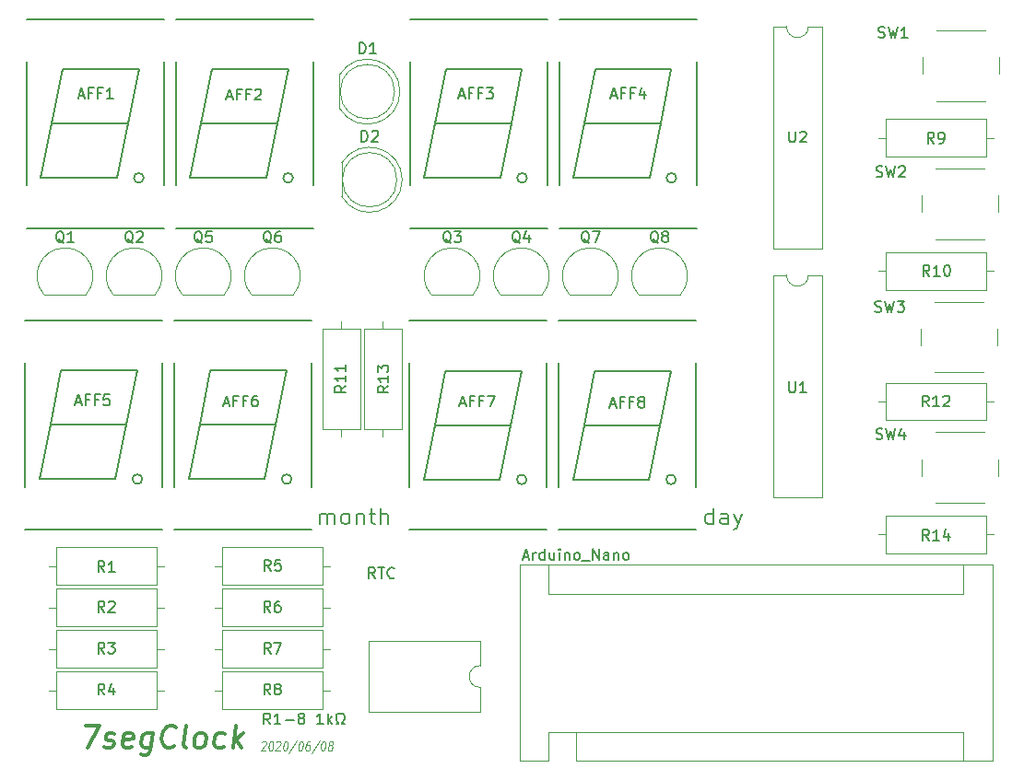
<source format=gto>
G04 #@! TF.GenerationSoftware,KiCad,Pcbnew,(5.1.5)-3*
G04 #@! TF.CreationDate,2020-06-08T21:10:59+09:00*
G04 #@! TF.ProjectId,AlarmClock,416c6172-6d43-46c6-9f63-6b2e6b696361,rev?*
G04 #@! TF.SameCoordinates,Original*
G04 #@! TF.FileFunction,Legend,Top*
G04 #@! TF.FilePolarity,Positive*
%FSLAX46Y46*%
G04 Gerber Fmt 4.6, Leading zero omitted, Abs format (unit mm)*
G04 Created by KiCad (PCBNEW (5.1.5)-3) date 2020-06-08 21:10:59*
%MOMM*%
%LPD*%
G04 APERTURE LIST*
%ADD10C,0.120000*%
%ADD11C,0.200000*%
%ADD12C,0.300000*%
%ADD13C,0.150000*%
G04 APERTURE END LIST*
D10*
X105746351Y-121592857D02*
X105785041Y-121550000D01*
X105857065Y-121507142D01*
X106023732Y-121507142D01*
X106085041Y-121550000D01*
X106113017Y-121592857D01*
X106135636Y-121678571D01*
X106124922Y-121764285D01*
X106075517Y-121892857D01*
X105611232Y-122407142D01*
X106044565Y-122407142D01*
X106590398Y-121507142D02*
X106657065Y-121507142D01*
X106718375Y-121550000D01*
X106746351Y-121592857D01*
X106768970Y-121678571D01*
X106780875Y-121850000D01*
X106754089Y-122064285D01*
X106699327Y-122235714D01*
X106655279Y-122321428D01*
X106616589Y-122364285D01*
X106544565Y-122407142D01*
X106477898Y-122407142D01*
X106416589Y-122364285D01*
X106388613Y-122321428D01*
X106365994Y-122235714D01*
X106354089Y-122064285D01*
X106380875Y-121850000D01*
X106435636Y-121678571D01*
X106479684Y-121592857D01*
X106518375Y-121550000D01*
X106590398Y-121507142D01*
X107079684Y-121592857D02*
X107118375Y-121550000D01*
X107190398Y-121507142D01*
X107357065Y-121507142D01*
X107418375Y-121550000D01*
X107446351Y-121592857D01*
X107468970Y-121678571D01*
X107458255Y-121764285D01*
X107408851Y-121892857D01*
X106944565Y-122407142D01*
X107377898Y-122407142D01*
X107923732Y-121507142D02*
X107990398Y-121507142D01*
X108051708Y-121550000D01*
X108079684Y-121592857D01*
X108102303Y-121678571D01*
X108114208Y-121850000D01*
X108087422Y-122064285D01*
X108032660Y-122235714D01*
X107988613Y-122321428D01*
X107949922Y-122364285D01*
X107877898Y-122407142D01*
X107811232Y-122407142D01*
X107749922Y-122364285D01*
X107721946Y-122321428D01*
X107699327Y-122235714D01*
X107687422Y-122064285D01*
X107714208Y-121850000D01*
X107768970Y-121678571D01*
X107813017Y-121592857D01*
X107851708Y-121550000D01*
X107923732Y-121507142D01*
X108962422Y-121464285D02*
X108217779Y-122621428D01*
X109323732Y-121507142D02*
X109390398Y-121507142D01*
X109451708Y-121550000D01*
X109479684Y-121592857D01*
X109502303Y-121678571D01*
X109514208Y-121850000D01*
X109487422Y-122064285D01*
X109432660Y-122235714D01*
X109388613Y-122321428D01*
X109349922Y-122364285D01*
X109277898Y-122407142D01*
X109211232Y-122407142D01*
X109149922Y-122364285D01*
X109121946Y-122321428D01*
X109099327Y-122235714D01*
X109087422Y-122064285D01*
X109114208Y-121850000D01*
X109168970Y-121678571D01*
X109213017Y-121592857D01*
X109251708Y-121550000D01*
X109323732Y-121507142D01*
X110157065Y-121507142D02*
X110023732Y-121507142D01*
X109951708Y-121550000D01*
X109913017Y-121592857D01*
X109830279Y-121721428D01*
X109775517Y-121892857D01*
X109732660Y-122235714D01*
X109755279Y-122321428D01*
X109783255Y-122364285D01*
X109844565Y-122407142D01*
X109977898Y-122407142D01*
X110049922Y-122364285D01*
X110088613Y-122321428D01*
X110132660Y-122235714D01*
X110159446Y-122021428D01*
X110136827Y-121935714D01*
X110108851Y-121892857D01*
X110047541Y-121850000D01*
X109914208Y-121850000D01*
X109842184Y-121892857D01*
X109803494Y-121935714D01*
X109759446Y-122021428D01*
X111029089Y-121464285D02*
X110284446Y-122621428D01*
X111390398Y-121507142D02*
X111457065Y-121507142D01*
X111518375Y-121550000D01*
X111546351Y-121592857D01*
X111568970Y-121678571D01*
X111580875Y-121850000D01*
X111554089Y-122064285D01*
X111499327Y-122235714D01*
X111455279Y-122321428D01*
X111416589Y-122364285D01*
X111344565Y-122407142D01*
X111277898Y-122407142D01*
X111216589Y-122364285D01*
X111188613Y-122321428D01*
X111165994Y-122235714D01*
X111154089Y-122064285D01*
X111180875Y-121850000D01*
X111235636Y-121678571D01*
X111279684Y-121592857D01*
X111318375Y-121550000D01*
X111390398Y-121507142D01*
X111975517Y-121892857D02*
X111914208Y-121850000D01*
X111886232Y-121807142D01*
X111863613Y-121721428D01*
X111868970Y-121678571D01*
X111913017Y-121592857D01*
X111951708Y-121550000D01*
X112023732Y-121507142D01*
X112157065Y-121507142D01*
X112218375Y-121550000D01*
X112246351Y-121592857D01*
X112268970Y-121678571D01*
X112263613Y-121721428D01*
X112219565Y-121807142D01*
X112180875Y-121850000D01*
X112108851Y-121892857D01*
X111975517Y-121892857D01*
X111903494Y-121935714D01*
X111864803Y-121978571D01*
X111820755Y-122064285D01*
X111799327Y-122235714D01*
X111821946Y-122321428D01*
X111849922Y-122364285D01*
X111911232Y-122407142D01*
X112044565Y-122407142D01*
X112116589Y-122364285D01*
X112155279Y-122321428D01*
X112199327Y-122235714D01*
X112220755Y-122064285D01*
X112198136Y-121978571D01*
X112170160Y-121935714D01*
X112108851Y-121892857D01*
D11*
X147171428Y-101578571D02*
X147171428Y-100078571D01*
X147171428Y-101507142D02*
X147028571Y-101578571D01*
X146742857Y-101578571D01*
X146600000Y-101507142D01*
X146528571Y-101435714D01*
X146457142Y-101292857D01*
X146457142Y-100864285D01*
X146528571Y-100721428D01*
X146600000Y-100650000D01*
X146742857Y-100578571D01*
X147028571Y-100578571D01*
X147171428Y-100650000D01*
X148528571Y-101578571D02*
X148528571Y-100792857D01*
X148457142Y-100650000D01*
X148314285Y-100578571D01*
X148028571Y-100578571D01*
X147885714Y-100650000D01*
X148528571Y-101507142D02*
X148385714Y-101578571D01*
X148028571Y-101578571D01*
X147885714Y-101507142D01*
X147814285Y-101364285D01*
X147814285Y-101221428D01*
X147885714Y-101078571D01*
X148028571Y-101007142D01*
X148385714Y-101007142D01*
X148528571Y-100935714D01*
X149100000Y-100578571D02*
X149457142Y-101578571D01*
X149814285Y-100578571D02*
X149457142Y-101578571D01*
X149314285Y-101935714D01*
X149242857Y-102007142D01*
X149100000Y-102078571D01*
X111092857Y-101578571D02*
X111092857Y-100578571D01*
X111092857Y-100721428D02*
X111164285Y-100650000D01*
X111307142Y-100578571D01*
X111521428Y-100578571D01*
X111664285Y-100650000D01*
X111735714Y-100792857D01*
X111735714Y-101578571D01*
X111735714Y-100792857D02*
X111807142Y-100650000D01*
X111950000Y-100578571D01*
X112164285Y-100578571D01*
X112307142Y-100650000D01*
X112378571Y-100792857D01*
X112378571Y-101578571D01*
X113307142Y-101578571D02*
X113164285Y-101507142D01*
X113092857Y-101435714D01*
X113021428Y-101292857D01*
X113021428Y-100864285D01*
X113092857Y-100721428D01*
X113164285Y-100650000D01*
X113307142Y-100578571D01*
X113521428Y-100578571D01*
X113664285Y-100650000D01*
X113735714Y-100721428D01*
X113807142Y-100864285D01*
X113807142Y-101292857D01*
X113735714Y-101435714D01*
X113664285Y-101507142D01*
X113521428Y-101578571D01*
X113307142Y-101578571D01*
X114450000Y-100578571D02*
X114450000Y-101578571D01*
X114450000Y-100721428D02*
X114521428Y-100650000D01*
X114664285Y-100578571D01*
X114878571Y-100578571D01*
X115021428Y-100650000D01*
X115092857Y-100792857D01*
X115092857Y-101578571D01*
X115592857Y-100578571D02*
X116164285Y-100578571D01*
X115807142Y-100078571D02*
X115807142Y-101364285D01*
X115878571Y-101507142D01*
X116021428Y-101578571D01*
X116164285Y-101578571D01*
X116664285Y-101578571D02*
X116664285Y-100078571D01*
X117307142Y-101578571D02*
X117307142Y-100792857D01*
X117235714Y-100650000D01*
X117092857Y-100578571D01*
X116878571Y-100578571D01*
X116735714Y-100650000D01*
X116664285Y-100721428D01*
D12*
X89516696Y-120104761D02*
X90850029Y-120104761D01*
X89742886Y-122104761D01*
X91278601Y-122009523D02*
X91457172Y-122104761D01*
X91838125Y-122104761D01*
X92040505Y-122009523D01*
X92159553Y-121819047D01*
X92171458Y-121723809D01*
X92100029Y-121533333D01*
X91921458Y-121438095D01*
X91635744Y-121438095D01*
X91457172Y-121342857D01*
X91385744Y-121152380D01*
X91397648Y-121057142D01*
X91516696Y-120866666D01*
X91719077Y-120771428D01*
X92004791Y-120771428D01*
X92183363Y-120866666D01*
X93754791Y-122009523D02*
X93552410Y-122104761D01*
X93171458Y-122104761D01*
X92992886Y-122009523D01*
X92921458Y-121819047D01*
X93016696Y-121057142D01*
X93135744Y-120866666D01*
X93338125Y-120771428D01*
X93719077Y-120771428D01*
X93897648Y-120866666D01*
X93969077Y-121057142D01*
X93945267Y-121247619D01*
X92969077Y-121438095D01*
X95719077Y-120771428D02*
X95516696Y-122390476D01*
X95397648Y-122580952D01*
X95290505Y-122676190D01*
X95088125Y-122771428D01*
X94802410Y-122771428D01*
X94623839Y-122676190D01*
X95564315Y-122009523D02*
X95361934Y-122104761D01*
X94980982Y-122104761D01*
X94802410Y-122009523D01*
X94719077Y-121914285D01*
X94647648Y-121723809D01*
X94719077Y-121152380D01*
X94838125Y-120961904D01*
X94945267Y-120866666D01*
X95147648Y-120771428D01*
X95528601Y-120771428D01*
X95707172Y-120866666D01*
X97671458Y-121914285D02*
X97564315Y-122009523D01*
X97266696Y-122104761D01*
X97076220Y-122104761D01*
X96802410Y-122009523D01*
X96635744Y-121819047D01*
X96564315Y-121628571D01*
X96516696Y-121247619D01*
X96552410Y-120961904D01*
X96695267Y-120580952D01*
X96814315Y-120390476D01*
X97028601Y-120200000D01*
X97326220Y-120104761D01*
X97516696Y-120104761D01*
X97790505Y-120200000D01*
X97873839Y-120295238D01*
X98790505Y-122104761D02*
X98611934Y-122009523D01*
X98540505Y-121819047D01*
X98754791Y-120104761D01*
X99838125Y-122104761D02*
X99659553Y-122009523D01*
X99576220Y-121914285D01*
X99504791Y-121723809D01*
X99576220Y-121152380D01*
X99695267Y-120961904D01*
X99802410Y-120866666D01*
X100004791Y-120771428D01*
X100290505Y-120771428D01*
X100469077Y-120866666D01*
X100552410Y-120961904D01*
X100623839Y-121152380D01*
X100552410Y-121723809D01*
X100433363Y-121914285D01*
X100326220Y-122009523D01*
X100123839Y-122104761D01*
X99838125Y-122104761D01*
X102230982Y-122009523D02*
X102028601Y-122104761D01*
X101647648Y-122104761D01*
X101469077Y-122009523D01*
X101385744Y-121914285D01*
X101314315Y-121723809D01*
X101385744Y-121152380D01*
X101504791Y-120961904D01*
X101611934Y-120866666D01*
X101814315Y-120771428D01*
X102195267Y-120771428D01*
X102373839Y-120866666D01*
X103076220Y-122104761D02*
X103326220Y-120104761D01*
X103361934Y-121342857D02*
X103838125Y-122104761D01*
X104004791Y-120771428D02*
X103147648Y-121533333D01*
D13*
X106504761Y-119952380D02*
X106171428Y-119476190D01*
X105933333Y-119952380D02*
X105933333Y-118952380D01*
X106314285Y-118952380D01*
X106409523Y-119000000D01*
X106457142Y-119047619D01*
X106504761Y-119142857D01*
X106504761Y-119285714D01*
X106457142Y-119380952D01*
X106409523Y-119428571D01*
X106314285Y-119476190D01*
X105933333Y-119476190D01*
X107457142Y-119952380D02*
X106885714Y-119952380D01*
X107171428Y-119952380D02*
X107171428Y-118952380D01*
X107076190Y-119095238D01*
X106980952Y-119190476D01*
X106885714Y-119238095D01*
X107885714Y-119571428D02*
X108647619Y-119571428D01*
X109266666Y-119380952D02*
X109171428Y-119333333D01*
X109123809Y-119285714D01*
X109076190Y-119190476D01*
X109076190Y-119142857D01*
X109123809Y-119047619D01*
X109171428Y-119000000D01*
X109266666Y-118952380D01*
X109457142Y-118952380D01*
X109552380Y-119000000D01*
X109600000Y-119047619D01*
X109647619Y-119142857D01*
X109647619Y-119190476D01*
X109600000Y-119285714D01*
X109552380Y-119333333D01*
X109457142Y-119380952D01*
X109266666Y-119380952D01*
X109171428Y-119428571D01*
X109123809Y-119476190D01*
X109076190Y-119571428D01*
X109076190Y-119761904D01*
X109123809Y-119857142D01*
X109171428Y-119904761D01*
X109266666Y-119952380D01*
X109457142Y-119952380D01*
X109552380Y-119904761D01*
X109600000Y-119857142D01*
X109647619Y-119761904D01*
X109647619Y-119571428D01*
X109600000Y-119476190D01*
X109552380Y-119428571D01*
X109457142Y-119380952D01*
X111361904Y-119952380D02*
X110790476Y-119952380D01*
X111076190Y-119952380D02*
X111076190Y-118952380D01*
X110980952Y-119095238D01*
X110885714Y-119190476D01*
X110790476Y-119238095D01*
X111790476Y-119952380D02*
X111790476Y-118952380D01*
X111885714Y-119571428D02*
X112171428Y-119952380D01*
X112171428Y-119285714D02*
X111790476Y-119666666D01*
X112552380Y-119952380D02*
X112790476Y-119952380D01*
X112790476Y-119761904D01*
X112695238Y-119714285D01*
X112600000Y-119619047D01*
X112552380Y-119476190D01*
X112552380Y-119238095D01*
X112600000Y-119095238D01*
X112695238Y-119000000D01*
X112838095Y-118952380D01*
X113028571Y-118952380D01*
X113171428Y-119000000D01*
X113266666Y-119095238D01*
X113314285Y-119238095D01*
X113314285Y-119476190D01*
X113266666Y-119619047D01*
X113171428Y-119714285D01*
X113076190Y-119761904D01*
X113076190Y-119952380D01*
X113314285Y-119952380D01*
D10*
X134620000Y-120650000D02*
X132080000Y-120650000D01*
X132080000Y-120650000D02*
X132080000Y-123320000D01*
X134620000Y-123320000D02*
X172850000Y-123320000D01*
X129410000Y-123320000D02*
X132080000Y-123320000D01*
X132080000Y-107950000D02*
X132080000Y-105280000D01*
X132080000Y-107950000D02*
X170180000Y-107950000D01*
X170180000Y-107950000D02*
X170180000Y-105280000D01*
X134620000Y-120650000D02*
X134620000Y-123320000D01*
X134620000Y-120650000D02*
X170180000Y-120650000D01*
X170180000Y-120650000D02*
X170180000Y-123320000D01*
X172850000Y-123320000D02*
X172850000Y-105280000D01*
X172850000Y-105280000D02*
X129410000Y-105280000D01*
X129410000Y-105280000D02*
X129410000Y-123320000D01*
D13*
X87430000Y-59732000D02*
X86430000Y-64732000D01*
X86430000Y-64732000D02*
X85430000Y-69732000D01*
X85430000Y-69732000D02*
X92430000Y-69732000D01*
X92430000Y-69732000D02*
X93430000Y-64732000D01*
X94430000Y-59732000D02*
X93430000Y-64732000D01*
X93430000Y-64732000D02*
X86430000Y-64732000D01*
X87430000Y-59732000D02*
X94430000Y-59732000D01*
X96730000Y-74332000D02*
X84130000Y-74332000D01*
X84130000Y-59032000D02*
X84130000Y-70432000D01*
X96730000Y-59032000D02*
X96730000Y-70432000D01*
X84130000Y-55132000D02*
X96730000Y-55132000D01*
X94877214Y-69732000D02*
G75*
G03X94877214Y-69732000I-447214J0D01*
G01*
X101146000Y-59732000D02*
X100146000Y-64732000D01*
X100146000Y-64732000D02*
X99146000Y-69732000D01*
X99146000Y-69732000D02*
X106146000Y-69732000D01*
X106146000Y-69732000D02*
X107146000Y-64732000D01*
X108146000Y-59732000D02*
X107146000Y-64732000D01*
X107146000Y-64732000D02*
X100146000Y-64732000D01*
X101146000Y-59732000D02*
X108146000Y-59732000D01*
X110446000Y-74332000D02*
X97846000Y-74332000D01*
X97846000Y-59032000D02*
X97846000Y-70432000D01*
X110446000Y-59032000D02*
X110446000Y-70432000D01*
X97846000Y-55132000D02*
X110446000Y-55132000D01*
X108593214Y-69732000D02*
G75*
G03X108593214Y-69732000I-447214J0D01*
G01*
X130079214Y-69732000D02*
G75*
G03X130079214Y-69732000I-447214J0D01*
G01*
X119332000Y-55132000D02*
X131932000Y-55132000D01*
X131932000Y-59032000D02*
X131932000Y-70432000D01*
X119332000Y-59032000D02*
X119332000Y-70432000D01*
X131932000Y-74332000D02*
X119332000Y-74332000D01*
X122632000Y-59732000D02*
X129632000Y-59732000D01*
X128632000Y-64732000D02*
X121632000Y-64732000D01*
X129632000Y-59732000D02*
X128632000Y-64732000D01*
X127632000Y-69732000D02*
X128632000Y-64732000D01*
X120632000Y-69732000D02*
X127632000Y-69732000D01*
X121632000Y-64732000D02*
X120632000Y-69732000D01*
X122632000Y-59732000D02*
X121632000Y-64732000D01*
X143795214Y-69732000D02*
G75*
G03X143795214Y-69732000I-447214J0D01*
G01*
X133048000Y-55132000D02*
X145648000Y-55132000D01*
X145648000Y-59032000D02*
X145648000Y-70432000D01*
X133048000Y-59032000D02*
X133048000Y-70432000D01*
X145648000Y-74332000D02*
X133048000Y-74332000D01*
X136348000Y-59732000D02*
X143348000Y-59732000D01*
X142348000Y-64732000D02*
X135348000Y-64732000D01*
X143348000Y-59732000D02*
X142348000Y-64732000D01*
X141348000Y-69732000D02*
X142348000Y-64732000D01*
X134348000Y-69732000D02*
X141348000Y-69732000D01*
X135348000Y-64732000D02*
X134348000Y-69732000D01*
X136348000Y-59732000D02*
X135348000Y-64732000D01*
X87294000Y-87432000D02*
X86294000Y-92432000D01*
X86294000Y-92432000D02*
X85294000Y-97432000D01*
X85294000Y-97432000D02*
X92294000Y-97432000D01*
X92294000Y-97432000D02*
X93294000Y-92432000D01*
X94294000Y-87432000D02*
X93294000Y-92432000D01*
X93294000Y-92432000D02*
X86294000Y-92432000D01*
X87294000Y-87432000D02*
X94294000Y-87432000D01*
X96594000Y-102032000D02*
X83994000Y-102032000D01*
X83994000Y-86732000D02*
X83994000Y-98132000D01*
X96594000Y-86732000D02*
X96594000Y-98132000D01*
X83994000Y-82832000D02*
X96594000Y-82832000D01*
X94741214Y-97432000D02*
G75*
G03X94741214Y-97432000I-447214J0D01*
G01*
X101010000Y-87432000D02*
X100010000Y-92432000D01*
X100010000Y-92432000D02*
X99010000Y-97432000D01*
X99010000Y-97432000D02*
X106010000Y-97432000D01*
X106010000Y-97432000D02*
X107010000Y-92432000D01*
X108010000Y-87432000D02*
X107010000Y-92432000D01*
X107010000Y-92432000D02*
X100010000Y-92432000D01*
X101010000Y-87432000D02*
X108010000Y-87432000D01*
X110310000Y-102032000D02*
X97710000Y-102032000D01*
X97710000Y-86732000D02*
X97710000Y-98132000D01*
X110310000Y-86732000D02*
X110310000Y-98132000D01*
X97710000Y-82832000D02*
X110310000Y-82832000D01*
X108457214Y-97432000D02*
G75*
G03X108457214Y-97432000I-447214J0D01*
G01*
X130050214Y-97456000D02*
G75*
G03X130050214Y-97456000I-447214J0D01*
G01*
X119303000Y-82856000D02*
X131903000Y-82856000D01*
X131903000Y-86756000D02*
X131903000Y-98156000D01*
X119303000Y-86756000D02*
X119303000Y-98156000D01*
X131903000Y-102056000D02*
X119303000Y-102056000D01*
X122603000Y-87456000D02*
X129603000Y-87456000D01*
X128603000Y-92456000D02*
X121603000Y-92456000D01*
X129603000Y-87456000D02*
X128603000Y-92456000D01*
X127603000Y-97456000D02*
X128603000Y-92456000D01*
X120603000Y-97456000D02*
X127603000Y-97456000D01*
X121603000Y-92456000D02*
X120603000Y-97456000D01*
X122603000Y-87456000D02*
X121603000Y-92456000D01*
X143766214Y-97456000D02*
G75*
G03X143766214Y-97456000I-447214J0D01*
G01*
X133019000Y-82856000D02*
X145619000Y-82856000D01*
X145619000Y-86756000D02*
X145619000Y-98156000D01*
X133019000Y-86756000D02*
X133019000Y-98156000D01*
X145619000Y-102056000D02*
X133019000Y-102056000D01*
X136319000Y-87456000D02*
X143319000Y-87456000D01*
X142319000Y-92456000D02*
X135319000Y-92456000D01*
X143319000Y-87456000D02*
X142319000Y-92456000D01*
X141319000Y-97456000D02*
X142319000Y-92456000D01*
X134319000Y-97456000D02*
X141319000Y-97456000D01*
X135319000Y-92456000D02*
X134319000Y-97456000D01*
X136319000Y-87456000D02*
X135319000Y-92456000D01*
D10*
X118420000Y-61800462D02*
G75*
G03X112870000Y-60255170I-2990000J462D01*
G01*
X118420000Y-61799538D02*
G75*
G02X112870000Y-63344830I-2990000J-462D01*
G01*
X117930000Y-61800000D02*
G75*
G03X117930000Y-61800000I-2500000J0D01*
G01*
X112870000Y-60255000D02*
X112870000Y-63345000D01*
X113070000Y-68355000D02*
X113070000Y-71445000D01*
X118130000Y-69900000D02*
G75*
G03X118130000Y-69900000I-2500000J0D01*
G01*
X118620000Y-69899538D02*
G75*
G02X113070000Y-71444830I-2990000J-462D01*
G01*
X118620000Y-69900462D02*
G75*
G03X113070000Y-68355170I-2990000J462D01*
G01*
X85710000Y-80440000D02*
X89560000Y-80440000D01*
X89598611Y-80430122D02*
G75*
G03X85710000Y-80440000I-1948611J1690122D01*
G01*
X95948611Y-80430122D02*
G75*
G03X92060000Y-80440000I-1948611J1690122D01*
G01*
X92060000Y-80440000D02*
X95910000Y-80440000D01*
X125158611Y-80430122D02*
G75*
G03X121270000Y-80440000I-1948611J1690122D01*
G01*
X121270000Y-80440000D02*
X125120000Y-80440000D01*
X131508611Y-80430122D02*
G75*
G03X127620000Y-80440000I-1948611J1690122D01*
G01*
X127620000Y-80440000D02*
X131470000Y-80440000D01*
X102298611Y-80430122D02*
G75*
G03X98410000Y-80440000I-1948611J1690122D01*
G01*
X98410000Y-80440000D02*
X102260000Y-80440000D01*
X104760000Y-80440000D02*
X108610000Y-80440000D01*
X108648611Y-80430122D02*
G75*
G03X104760000Y-80440000I-1948611J1690122D01*
G01*
X133970000Y-80440000D02*
X137820000Y-80440000D01*
X137858611Y-80430122D02*
G75*
G03X133970000Y-80440000I-1948611J1690122D01*
G01*
X140320000Y-80440000D02*
X144170000Y-80440000D01*
X144208611Y-80430122D02*
G75*
G03X140320000Y-80440000I-1948611J1690122D01*
G01*
X173450000Y-60150000D02*
X173450000Y-58650000D01*
X172200000Y-56150000D02*
X167700000Y-56150000D01*
X166450000Y-58650000D02*
X166450000Y-60150000D01*
X167700000Y-62650000D02*
X172200000Y-62650000D01*
X167600000Y-75350000D02*
X172100000Y-75350000D01*
X166350000Y-71350000D02*
X166350000Y-72850000D01*
X172100000Y-68850000D02*
X167600000Y-68850000D01*
X173350000Y-72850000D02*
X173350000Y-71350000D01*
X173250000Y-85110000D02*
X173250000Y-83610000D01*
X172000000Y-81110000D02*
X167500000Y-81110000D01*
X166250000Y-83610000D02*
X166250000Y-85110000D01*
X167500000Y-87610000D02*
X172000000Y-87610000D01*
X167600000Y-99610000D02*
X172100000Y-99610000D01*
X166350000Y-95610000D02*
X166350000Y-97110000D01*
X172100000Y-93110000D02*
X167600000Y-93110000D01*
X173350000Y-97110000D02*
X173350000Y-95610000D01*
X157190000Y-78680000D02*
X155940000Y-78680000D01*
X157190000Y-99120000D02*
X157190000Y-78680000D01*
X152690000Y-99120000D02*
X157190000Y-99120000D01*
X152690000Y-78680000D02*
X152690000Y-99120000D01*
X153940000Y-78680000D02*
X152690000Y-78680000D01*
X155940000Y-78680000D02*
G75*
G02X153940000Y-78680000I-1000000J0D01*
G01*
X155940000Y-55820000D02*
G75*
G02X153940000Y-55820000I-1000000J0D01*
G01*
X153940000Y-55820000D02*
X152690000Y-55820000D01*
X152690000Y-55820000D02*
X152690000Y-76260000D01*
X152690000Y-76260000D02*
X157190000Y-76260000D01*
X157190000Y-76260000D02*
X157190000Y-55820000D01*
X157190000Y-55820000D02*
X155940000Y-55820000D01*
X125790000Y-116570000D02*
G75*
G02X125790000Y-114570000I0J1000000D01*
G01*
X125790000Y-114570000D02*
X125790000Y-112335000D01*
X125790000Y-112335000D02*
X115510000Y-112335000D01*
X115510000Y-112335000D02*
X115510000Y-118805000D01*
X115510000Y-118805000D02*
X125790000Y-118805000D01*
X125790000Y-118805000D02*
X125790000Y-116570000D01*
X96750000Y-105410000D02*
X96060000Y-105410000D01*
X86130000Y-105410000D02*
X86820000Y-105410000D01*
X96060000Y-103690000D02*
X86820000Y-103690000D01*
X96060000Y-107130000D02*
X96060000Y-103690000D01*
X86820000Y-107130000D02*
X96060000Y-107130000D01*
X86820000Y-103690000D02*
X86820000Y-107130000D01*
X86820000Y-107500000D02*
X86820000Y-110940000D01*
X86820000Y-110940000D02*
X96060000Y-110940000D01*
X96060000Y-110940000D02*
X96060000Y-107500000D01*
X96060000Y-107500000D02*
X86820000Y-107500000D01*
X86130000Y-109220000D02*
X86820000Y-109220000D01*
X96750000Y-109220000D02*
X96060000Y-109220000D01*
X96750000Y-113030000D02*
X96060000Y-113030000D01*
X86130000Y-113030000D02*
X86820000Y-113030000D01*
X96060000Y-111310000D02*
X86820000Y-111310000D01*
X96060000Y-114750000D02*
X96060000Y-111310000D01*
X86820000Y-114750000D02*
X96060000Y-114750000D01*
X86820000Y-111310000D02*
X86820000Y-114750000D01*
X86820000Y-115120000D02*
X86820000Y-118560000D01*
X86820000Y-118560000D02*
X96060000Y-118560000D01*
X96060000Y-118560000D02*
X96060000Y-115120000D01*
X96060000Y-115120000D02*
X86820000Y-115120000D01*
X86130000Y-116840000D02*
X86820000Y-116840000D01*
X96750000Y-116840000D02*
X96060000Y-116840000D01*
X111990000Y-105410000D02*
X111300000Y-105410000D01*
X101370000Y-105410000D02*
X102060000Y-105410000D01*
X111300000Y-103690000D02*
X102060000Y-103690000D01*
X111300000Y-107130000D02*
X111300000Y-103690000D01*
X102060000Y-107130000D02*
X111300000Y-107130000D01*
X102060000Y-103690000D02*
X102060000Y-107130000D01*
X102060000Y-107500000D02*
X102060000Y-110940000D01*
X102060000Y-110940000D02*
X111300000Y-110940000D01*
X111300000Y-110940000D02*
X111300000Y-107500000D01*
X111300000Y-107500000D02*
X102060000Y-107500000D01*
X101370000Y-109220000D02*
X102060000Y-109220000D01*
X111990000Y-109220000D02*
X111300000Y-109220000D01*
X111990000Y-113030000D02*
X111300000Y-113030000D01*
X101370000Y-113030000D02*
X102060000Y-113030000D01*
X111300000Y-111310000D02*
X102060000Y-111310000D01*
X111300000Y-114750000D02*
X111300000Y-111310000D01*
X102060000Y-114750000D02*
X111300000Y-114750000D01*
X102060000Y-111310000D02*
X102060000Y-114750000D01*
X102060000Y-115120000D02*
X102060000Y-118560000D01*
X102060000Y-118560000D02*
X111300000Y-118560000D01*
X111300000Y-118560000D02*
X111300000Y-115120000D01*
X111300000Y-115120000D02*
X102060000Y-115120000D01*
X101370000Y-116840000D02*
X102060000Y-116840000D01*
X111990000Y-116840000D02*
X111300000Y-116840000D01*
X172950000Y-66040000D02*
X172260000Y-66040000D01*
X162330000Y-66040000D02*
X163020000Y-66040000D01*
X172260000Y-64320000D02*
X163020000Y-64320000D01*
X172260000Y-67760000D02*
X172260000Y-64320000D01*
X163020000Y-67760000D02*
X172260000Y-67760000D01*
X163020000Y-64320000D02*
X163020000Y-67760000D01*
X163020000Y-76580000D02*
X163020000Y-80020000D01*
X163020000Y-80020000D02*
X172260000Y-80020000D01*
X172260000Y-80020000D02*
X172260000Y-76580000D01*
X172260000Y-76580000D02*
X163020000Y-76580000D01*
X162330000Y-78300000D02*
X163020000Y-78300000D01*
X172950000Y-78300000D02*
X172260000Y-78300000D01*
X113030000Y-93520000D02*
X113030000Y-92830000D01*
X113030000Y-82900000D02*
X113030000Y-83590000D01*
X114750000Y-92830000D02*
X114750000Y-83590000D01*
X111310000Y-92830000D02*
X114750000Y-92830000D01*
X111310000Y-83590000D02*
X111310000Y-92830000D01*
X114750000Y-83590000D02*
X111310000Y-83590000D01*
X172950000Y-90300000D02*
X172260000Y-90300000D01*
X162330000Y-90300000D02*
X163020000Y-90300000D01*
X172260000Y-88580000D02*
X163020000Y-88580000D01*
X172260000Y-92020000D02*
X172260000Y-88580000D01*
X163020000Y-92020000D02*
X172260000Y-92020000D01*
X163020000Y-88580000D02*
X163020000Y-92020000D01*
X118560000Y-83590000D02*
X115120000Y-83590000D01*
X115120000Y-83590000D02*
X115120000Y-92830000D01*
X115120000Y-92830000D02*
X118560000Y-92830000D01*
X118560000Y-92830000D02*
X118560000Y-83590000D01*
X116840000Y-82900000D02*
X116840000Y-83590000D01*
X116840000Y-93520000D02*
X116840000Y-92830000D01*
X163030000Y-100780000D02*
X163030000Y-104220000D01*
X163030000Y-104220000D02*
X172270000Y-104220000D01*
X172270000Y-104220000D02*
X172270000Y-100780000D01*
X172270000Y-100780000D02*
X163030000Y-100780000D01*
X162340000Y-102500000D02*
X163030000Y-102500000D01*
X172960000Y-102500000D02*
X172270000Y-102500000D01*
D13*
X129742857Y-104566666D02*
X130219047Y-104566666D01*
X129647619Y-104852380D02*
X129980952Y-103852380D01*
X130314285Y-104852380D01*
X130647619Y-104852380D02*
X130647619Y-104185714D01*
X130647619Y-104376190D02*
X130695238Y-104280952D01*
X130742857Y-104233333D01*
X130838095Y-104185714D01*
X130933333Y-104185714D01*
X131695238Y-104852380D02*
X131695238Y-103852380D01*
X131695238Y-104804761D02*
X131600000Y-104852380D01*
X131409523Y-104852380D01*
X131314285Y-104804761D01*
X131266666Y-104757142D01*
X131219047Y-104661904D01*
X131219047Y-104376190D01*
X131266666Y-104280952D01*
X131314285Y-104233333D01*
X131409523Y-104185714D01*
X131600000Y-104185714D01*
X131695238Y-104233333D01*
X132600000Y-104185714D02*
X132600000Y-104852380D01*
X132171428Y-104185714D02*
X132171428Y-104709523D01*
X132219047Y-104804761D01*
X132314285Y-104852380D01*
X132457142Y-104852380D01*
X132552380Y-104804761D01*
X132600000Y-104757142D01*
X133076190Y-104852380D02*
X133076190Y-104185714D01*
X133076190Y-103852380D02*
X133028571Y-103900000D01*
X133076190Y-103947619D01*
X133123809Y-103900000D01*
X133076190Y-103852380D01*
X133076190Y-103947619D01*
X133552380Y-104185714D02*
X133552380Y-104852380D01*
X133552380Y-104280952D02*
X133600000Y-104233333D01*
X133695238Y-104185714D01*
X133838095Y-104185714D01*
X133933333Y-104233333D01*
X133980952Y-104328571D01*
X133980952Y-104852380D01*
X134600000Y-104852380D02*
X134504761Y-104804761D01*
X134457142Y-104757142D01*
X134409523Y-104661904D01*
X134409523Y-104376190D01*
X134457142Y-104280952D01*
X134504761Y-104233333D01*
X134600000Y-104185714D01*
X134742857Y-104185714D01*
X134838095Y-104233333D01*
X134885714Y-104280952D01*
X134933333Y-104376190D01*
X134933333Y-104661904D01*
X134885714Y-104757142D01*
X134838095Y-104804761D01*
X134742857Y-104852380D01*
X134600000Y-104852380D01*
X135123809Y-104947619D02*
X135885714Y-104947619D01*
X136123809Y-104852380D02*
X136123809Y-103852380D01*
X136695238Y-104852380D01*
X136695238Y-103852380D01*
X137600000Y-104852380D02*
X137600000Y-104328571D01*
X137552380Y-104233333D01*
X137457142Y-104185714D01*
X137266666Y-104185714D01*
X137171428Y-104233333D01*
X137600000Y-104804761D02*
X137504761Y-104852380D01*
X137266666Y-104852380D01*
X137171428Y-104804761D01*
X137123809Y-104709523D01*
X137123809Y-104614285D01*
X137171428Y-104519047D01*
X137266666Y-104471428D01*
X137504761Y-104471428D01*
X137600000Y-104423809D01*
X138076190Y-104185714D02*
X138076190Y-104852380D01*
X138076190Y-104280952D02*
X138123809Y-104233333D01*
X138219047Y-104185714D01*
X138361904Y-104185714D01*
X138457142Y-104233333D01*
X138504761Y-104328571D01*
X138504761Y-104852380D01*
X139123809Y-104852380D02*
X139028571Y-104804761D01*
X138980952Y-104757142D01*
X138933333Y-104661904D01*
X138933333Y-104376190D01*
X138980952Y-104280952D01*
X139028571Y-104233333D01*
X139123809Y-104185714D01*
X139266666Y-104185714D01*
X139361904Y-104233333D01*
X139409523Y-104280952D01*
X139457142Y-104376190D01*
X139457142Y-104661904D01*
X139409523Y-104757142D01*
X139361904Y-104804761D01*
X139266666Y-104852380D01*
X139123809Y-104852380D01*
X88928571Y-62166666D02*
X89404761Y-62166666D01*
X88833333Y-62452380D02*
X89166666Y-61452380D01*
X89500000Y-62452380D01*
X90166666Y-61928571D02*
X89833333Y-61928571D01*
X89833333Y-62452380D02*
X89833333Y-61452380D01*
X90309523Y-61452380D01*
X91023809Y-61928571D02*
X90690476Y-61928571D01*
X90690476Y-62452380D02*
X90690476Y-61452380D01*
X91166666Y-61452380D01*
X92071428Y-62452380D02*
X91500000Y-62452380D01*
X91785714Y-62452380D02*
X91785714Y-61452380D01*
X91690476Y-61595238D01*
X91595238Y-61690476D01*
X91500000Y-61738095D01*
X102528571Y-62266666D02*
X103004761Y-62266666D01*
X102433333Y-62552380D02*
X102766666Y-61552380D01*
X103100000Y-62552380D01*
X103766666Y-62028571D02*
X103433333Y-62028571D01*
X103433333Y-62552380D02*
X103433333Y-61552380D01*
X103909523Y-61552380D01*
X104623809Y-62028571D02*
X104290476Y-62028571D01*
X104290476Y-62552380D02*
X104290476Y-61552380D01*
X104766666Y-61552380D01*
X105100000Y-61647619D02*
X105147619Y-61600000D01*
X105242857Y-61552380D01*
X105480952Y-61552380D01*
X105576190Y-61600000D01*
X105623809Y-61647619D01*
X105671428Y-61742857D01*
X105671428Y-61838095D01*
X105623809Y-61980952D01*
X105052380Y-62552380D01*
X105671428Y-62552380D01*
X123828571Y-62166666D02*
X124304761Y-62166666D01*
X123733333Y-62452380D02*
X124066666Y-61452380D01*
X124400000Y-62452380D01*
X125066666Y-61928571D02*
X124733333Y-61928571D01*
X124733333Y-62452380D02*
X124733333Y-61452380D01*
X125209523Y-61452380D01*
X125923809Y-61928571D02*
X125590476Y-61928571D01*
X125590476Y-62452380D02*
X125590476Y-61452380D01*
X126066666Y-61452380D01*
X126352380Y-61452380D02*
X126971428Y-61452380D01*
X126638095Y-61833333D01*
X126780952Y-61833333D01*
X126876190Y-61880952D01*
X126923809Y-61928571D01*
X126971428Y-62023809D01*
X126971428Y-62261904D01*
X126923809Y-62357142D01*
X126876190Y-62404761D01*
X126780952Y-62452380D01*
X126495238Y-62452380D01*
X126400000Y-62404761D01*
X126352380Y-62357142D01*
X137828571Y-62166666D02*
X138304761Y-62166666D01*
X137733333Y-62452380D02*
X138066666Y-61452380D01*
X138400000Y-62452380D01*
X139066666Y-61928571D02*
X138733333Y-61928571D01*
X138733333Y-62452380D02*
X138733333Y-61452380D01*
X139209523Y-61452380D01*
X139923809Y-61928571D02*
X139590476Y-61928571D01*
X139590476Y-62452380D02*
X139590476Y-61452380D01*
X140066666Y-61452380D01*
X140876190Y-61785714D02*
X140876190Y-62452380D01*
X140638095Y-61404761D02*
X140400000Y-62119047D01*
X141019047Y-62119047D01*
X88628571Y-90366666D02*
X89104761Y-90366666D01*
X88533333Y-90652380D02*
X88866666Y-89652380D01*
X89200000Y-90652380D01*
X89866666Y-90128571D02*
X89533333Y-90128571D01*
X89533333Y-90652380D02*
X89533333Y-89652380D01*
X90009523Y-89652380D01*
X90723809Y-90128571D02*
X90390476Y-90128571D01*
X90390476Y-90652380D02*
X90390476Y-89652380D01*
X90866666Y-89652380D01*
X91723809Y-89652380D02*
X91247619Y-89652380D01*
X91200000Y-90128571D01*
X91247619Y-90080952D01*
X91342857Y-90033333D01*
X91580952Y-90033333D01*
X91676190Y-90080952D01*
X91723809Y-90128571D01*
X91771428Y-90223809D01*
X91771428Y-90461904D01*
X91723809Y-90557142D01*
X91676190Y-90604761D01*
X91580952Y-90652380D01*
X91342857Y-90652380D01*
X91247619Y-90604761D01*
X91200000Y-90557142D01*
X102228571Y-90466666D02*
X102704761Y-90466666D01*
X102133333Y-90752380D02*
X102466666Y-89752380D01*
X102800000Y-90752380D01*
X103466666Y-90228571D02*
X103133333Y-90228571D01*
X103133333Y-90752380D02*
X103133333Y-89752380D01*
X103609523Y-89752380D01*
X104323809Y-90228571D02*
X103990476Y-90228571D01*
X103990476Y-90752380D02*
X103990476Y-89752380D01*
X104466666Y-89752380D01*
X105276190Y-89752380D02*
X105085714Y-89752380D01*
X104990476Y-89800000D01*
X104942857Y-89847619D01*
X104847619Y-89990476D01*
X104800000Y-90180952D01*
X104800000Y-90561904D01*
X104847619Y-90657142D01*
X104895238Y-90704761D01*
X104990476Y-90752380D01*
X105180952Y-90752380D01*
X105276190Y-90704761D01*
X105323809Y-90657142D01*
X105371428Y-90561904D01*
X105371428Y-90323809D01*
X105323809Y-90228571D01*
X105276190Y-90180952D01*
X105180952Y-90133333D01*
X104990476Y-90133333D01*
X104895238Y-90180952D01*
X104847619Y-90228571D01*
X104800000Y-90323809D01*
X123928571Y-90466666D02*
X124404761Y-90466666D01*
X123833333Y-90752380D02*
X124166666Y-89752380D01*
X124500000Y-90752380D01*
X125166666Y-90228571D02*
X124833333Y-90228571D01*
X124833333Y-90752380D02*
X124833333Y-89752380D01*
X125309523Y-89752380D01*
X126023809Y-90228571D02*
X125690476Y-90228571D01*
X125690476Y-90752380D02*
X125690476Y-89752380D01*
X126166666Y-89752380D01*
X126452380Y-89752380D02*
X127119047Y-89752380D01*
X126690476Y-90752380D01*
X137728571Y-90566666D02*
X138204761Y-90566666D01*
X137633333Y-90852380D02*
X137966666Y-89852380D01*
X138300000Y-90852380D01*
X138966666Y-90328571D02*
X138633333Y-90328571D01*
X138633333Y-90852380D02*
X138633333Y-89852380D01*
X139109523Y-89852380D01*
X139823809Y-90328571D02*
X139490476Y-90328571D01*
X139490476Y-90852380D02*
X139490476Y-89852380D01*
X139966666Y-89852380D01*
X140490476Y-90280952D02*
X140395238Y-90233333D01*
X140347619Y-90185714D01*
X140300000Y-90090476D01*
X140300000Y-90042857D01*
X140347619Y-89947619D01*
X140395238Y-89900000D01*
X140490476Y-89852380D01*
X140680952Y-89852380D01*
X140776190Y-89900000D01*
X140823809Y-89947619D01*
X140871428Y-90042857D01*
X140871428Y-90090476D01*
X140823809Y-90185714D01*
X140776190Y-90233333D01*
X140680952Y-90280952D01*
X140490476Y-90280952D01*
X140395238Y-90328571D01*
X140347619Y-90376190D01*
X140300000Y-90471428D01*
X140300000Y-90661904D01*
X140347619Y-90757142D01*
X140395238Y-90804761D01*
X140490476Y-90852380D01*
X140680952Y-90852380D01*
X140776190Y-90804761D01*
X140823809Y-90757142D01*
X140871428Y-90661904D01*
X140871428Y-90471428D01*
X140823809Y-90376190D01*
X140776190Y-90328571D01*
X140680952Y-90280952D01*
X114691904Y-58292380D02*
X114691904Y-57292380D01*
X114930000Y-57292380D01*
X115072857Y-57340000D01*
X115168095Y-57435238D01*
X115215714Y-57530476D01*
X115263333Y-57720952D01*
X115263333Y-57863809D01*
X115215714Y-58054285D01*
X115168095Y-58149523D01*
X115072857Y-58244761D01*
X114930000Y-58292380D01*
X114691904Y-58292380D01*
X116215714Y-58292380D02*
X115644285Y-58292380D01*
X115930000Y-58292380D02*
X115930000Y-57292380D01*
X115834761Y-57435238D01*
X115739523Y-57530476D01*
X115644285Y-57578095D01*
X114891904Y-66392380D02*
X114891904Y-65392380D01*
X115130000Y-65392380D01*
X115272857Y-65440000D01*
X115368095Y-65535238D01*
X115415714Y-65630476D01*
X115463333Y-65820952D01*
X115463333Y-65963809D01*
X115415714Y-66154285D01*
X115368095Y-66249523D01*
X115272857Y-66344761D01*
X115130000Y-66392380D01*
X114891904Y-66392380D01*
X115844285Y-65487619D02*
X115891904Y-65440000D01*
X115987142Y-65392380D01*
X116225238Y-65392380D01*
X116320476Y-65440000D01*
X116368095Y-65487619D01*
X116415714Y-65582857D01*
X116415714Y-65678095D01*
X116368095Y-65820952D01*
X115796666Y-66392380D01*
X116415714Y-66392380D01*
X87554761Y-75727619D02*
X87459523Y-75680000D01*
X87364285Y-75584761D01*
X87221428Y-75441904D01*
X87126190Y-75394285D01*
X87030952Y-75394285D01*
X87078571Y-75632380D02*
X86983333Y-75584761D01*
X86888095Y-75489523D01*
X86840476Y-75299047D01*
X86840476Y-74965714D01*
X86888095Y-74775238D01*
X86983333Y-74680000D01*
X87078571Y-74632380D01*
X87269047Y-74632380D01*
X87364285Y-74680000D01*
X87459523Y-74775238D01*
X87507142Y-74965714D01*
X87507142Y-75299047D01*
X87459523Y-75489523D01*
X87364285Y-75584761D01*
X87269047Y-75632380D01*
X87078571Y-75632380D01*
X88459523Y-75632380D02*
X87888095Y-75632380D01*
X88173809Y-75632380D02*
X88173809Y-74632380D01*
X88078571Y-74775238D01*
X87983333Y-74870476D01*
X87888095Y-74918095D01*
X93904761Y-75727619D02*
X93809523Y-75680000D01*
X93714285Y-75584761D01*
X93571428Y-75441904D01*
X93476190Y-75394285D01*
X93380952Y-75394285D01*
X93428571Y-75632380D02*
X93333333Y-75584761D01*
X93238095Y-75489523D01*
X93190476Y-75299047D01*
X93190476Y-74965714D01*
X93238095Y-74775238D01*
X93333333Y-74680000D01*
X93428571Y-74632380D01*
X93619047Y-74632380D01*
X93714285Y-74680000D01*
X93809523Y-74775238D01*
X93857142Y-74965714D01*
X93857142Y-75299047D01*
X93809523Y-75489523D01*
X93714285Y-75584761D01*
X93619047Y-75632380D01*
X93428571Y-75632380D01*
X94238095Y-74727619D02*
X94285714Y-74680000D01*
X94380952Y-74632380D01*
X94619047Y-74632380D01*
X94714285Y-74680000D01*
X94761904Y-74727619D01*
X94809523Y-74822857D01*
X94809523Y-74918095D01*
X94761904Y-75060952D01*
X94190476Y-75632380D01*
X94809523Y-75632380D01*
X123114761Y-75727619D02*
X123019523Y-75680000D01*
X122924285Y-75584761D01*
X122781428Y-75441904D01*
X122686190Y-75394285D01*
X122590952Y-75394285D01*
X122638571Y-75632380D02*
X122543333Y-75584761D01*
X122448095Y-75489523D01*
X122400476Y-75299047D01*
X122400476Y-74965714D01*
X122448095Y-74775238D01*
X122543333Y-74680000D01*
X122638571Y-74632380D01*
X122829047Y-74632380D01*
X122924285Y-74680000D01*
X123019523Y-74775238D01*
X123067142Y-74965714D01*
X123067142Y-75299047D01*
X123019523Y-75489523D01*
X122924285Y-75584761D01*
X122829047Y-75632380D01*
X122638571Y-75632380D01*
X123400476Y-74632380D02*
X124019523Y-74632380D01*
X123686190Y-75013333D01*
X123829047Y-75013333D01*
X123924285Y-75060952D01*
X123971904Y-75108571D01*
X124019523Y-75203809D01*
X124019523Y-75441904D01*
X123971904Y-75537142D01*
X123924285Y-75584761D01*
X123829047Y-75632380D01*
X123543333Y-75632380D01*
X123448095Y-75584761D01*
X123400476Y-75537142D01*
X129464761Y-75727619D02*
X129369523Y-75680000D01*
X129274285Y-75584761D01*
X129131428Y-75441904D01*
X129036190Y-75394285D01*
X128940952Y-75394285D01*
X128988571Y-75632380D02*
X128893333Y-75584761D01*
X128798095Y-75489523D01*
X128750476Y-75299047D01*
X128750476Y-74965714D01*
X128798095Y-74775238D01*
X128893333Y-74680000D01*
X128988571Y-74632380D01*
X129179047Y-74632380D01*
X129274285Y-74680000D01*
X129369523Y-74775238D01*
X129417142Y-74965714D01*
X129417142Y-75299047D01*
X129369523Y-75489523D01*
X129274285Y-75584761D01*
X129179047Y-75632380D01*
X128988571Y-75632380D01*
X130274285Y-74965714D02*
X130274285Y-75632380D01*
X130036190Y-74584761D02*
X129798095Y-75299047D01*
X130417142Y-75299047D01*
X100254761Y-75727619D02*
X100159523Y-75680000D01*
X100064285Y-75584761D01*
X99921428Y-75441904D01*
X99826190Y-75394285D01*
X99730952Y-75394285D01*
X99778571Y-75632380D02*
X99683333Y-75584761D01*
X99588095Y-75489523D01*
X99540476Y-75299047D01*
X99540476Y-74965714D01*
X99588095Y-74775238D01*
X99683333Y-74680000D01*
X99778571Y-74632380D01*
X99969047Y-74632380D01*
X100064285Y-74680000D01*
X100159523Y-74775238D01*
X100207142Y-74965714D01*
X100207142Y-75299047D01*
X100159523Y-75489523D01*
X100064285Y-75584761D01*
X99969047Y-75632380D01*
X99778571Y-75632380D01*
X101111904Y-74632380D02*
X100635714Y-74632380D01*
X100588095Y-75108571D01*
X100635714Y-75060952D01*
X100730952Y-75013333D01*
X100969047Y-75013333D01*
X101064285Y-75060952D01*
X101111904Y-75108571D01*
X101159523Y-75203809D01*
X101159523Y-75441904D01*
X101111904Y-75537142D01*
X101064285Y-75584761D01*
X100969047Y-75632380D01*
X100730952Y-75632380D01*
X100635714Y-75584761D01*
X100588095Y-75537142D01*
X106604761Y-75727619D02*
X106509523Y-75680000D01*
X106414285Y-75584761D01*
X106271428Y-75441904D01*
X106176190Y-75394285D01*
X106080952Y-75394285D01*
X106128571Y-75632380D02*
X106033333Y-75584761D01*
X105938095Y-75489523D01*
X105890476Y-75299047D01*
X105890476Y-74965714D01*
X105938095Y-74775238D01*
X106033333Y-74680000D01*
X106128571Y-74632380D01*
X106319047Y-74632380D01*
X106414285Y-74680000D01*
X106509523Y-74775238D01*
X106557142Y-74965714D01*
X106557142Y-75299047D01*
X106509523Y-75489523D01*
X106414285Y-75584761D01*
X106319047Y-75632380D01*
X106128571Y-75632380D01*
X107414285Y-74632380D02*
X107223809Y-74632380D01*
X107128571Y-74680000D01*
X107080952Y-74727619D01*
X106985714Y-74870476D01*
X106938095Y-75060952D01*
X106938095Y-75441904D01*
X106985714Y-75537142D01*
X107033333Y-75584761D01*
X107128571Y-75632380D01*
X107319047Y-75632380D01*
X107414285Y-75584761D01*
X107461904Y-75537142D01*
X107509523Y-75441904D01*
X107509523Y-75203809D01*
X107461904Y-75108571D01*
X107414285Y-75060952D01*
X107319047Y-75013333D01*
X107128571Y-75013333D01*
X107033333Y-75060952D01*
X106985714Y-75108571D01*
X106938095Y-75203809D01*
X135814761Y-75727619D02*
X135719523Y-75680000D01*
X135624285Y-75584761D01*
X135481428Y-75441904D01*
X135386190Y-75394285D01*
X135290952Y-75394285D01*
X135338571Y-75632380D02*
X135243333Y-75584761D01*
X135148095Y-75489523D01*
X135100476Y-75299047D01*
X135100476Y-74965714D01*
X135148095Y-74775238D01*
X135243333Y-74680000D01*
X135338571Y-74632380D01*
X135529047Y-74632380D01*
X135624285Y-74680000D01*
X135719523Y-74775238D01*
X135767142Y-74965714D01*
X135767142Y-75299047D01*
X135719523Y-75489523D01*
X135624285Y-75584761D01*
X135529047Y-75632380D01*
X135338571Y-75632380D01*
X136100476Y-74632380D02*
X136767142Y-74632380D01*
X136338571Y-75632380D01*
X142164761Y-75727619D02*
X142069523Y-75680000D01*
X141974285Y-75584761D01*
X141831428Y-75441904D01*
X141736190Y-75394285D01*
X141640952Y-75394285D01*
X141688571Y-75632380D02*
X141593333Y-75584761D01*
X141498095Y-75489523D01*
X141450476Y-75299047D01*
X141450476Y-74965714D01*
X141498095Y-74775238D01*
X141593333Y-74680000D01*
X141688571Y-74632380D01*
X141879047Y-74632380D01*
X141974285Y-74680000D01*
X142069523Y-74775238D01*
X142117142Y-74965714D01*
X142117142Y-75299047D01*
X142069523Y-75489523D01*
X141974285Y-75584761D01*
X141879047Y-75632380D01*
X141688571Y-75632380D01*
X142688571Y-75060952D02*
X142593333Y-75013333D01*
X142545714Y-74965714D01*
X142498095Y-74870476D01*
X142498095Y-74822857D01*
X142545714Y-74727619D01*
X142593333Y-74680000D01*
X142688571Y-74632380D01*
X142879047Y-74632380D01*
X142974285Y-74680000D01*
X143021904Y-74727619D01*
X143069523Y-74822857D01*
X143069523Y-74870476D01*
X143021904Y-74965714D01*
X142974285Y-75013333D01*
X142879047Y-75060952D01*
X142688571Y-75060952D01*
X142593333Y-75108571D01*
X142545714Y-75156190D01*
X142498095Y-75251428D01*
X142498095Y-75441904D01*
X142545714Y-75537142D01*
X142593333Y-75584761D01*
X142688571Y-75632380D01*
X142879047Y-75632380D01*
X142974285Y-75584761D01*
X143021904Y-75537142D01*
X143069523Y-75441904D01*
X143069523Y-75251428D01*
X143021904Y-75156190D01*
X142974285Y-75108571D01*
X142879047Y-75060952D01*
X162366666Y-56804761D02*
X162509523Y-56852380D01*
X162747619Y-56852380D01*
X162842857Y-56804761D01*
X162890476Y-56757142D01*
X162938095Y-56661904D01*
X162938095Y-56566666D01*
X162890476Y-56471428D01*
X162842857Y-56423809D01*
X162747619Y-56376190D01*
X162557142Y-56328571D01*
X162461904Y-56280952D01*
X162414285Y-56233333D01*
X162366666Y-56138095D01*
X162366666Y-56042857D01*
X162414285Y-55947619D01*
X162461904Y-55900000D01*
X162557142Y-55852380D01*
X162795238Y-55852380D01*
X162938095Y-55900000D01*
X163271428Y-55852380D02*
X163509523Y-56852380D01*
X163700000Y-56138095D01*
X163890476Y-56852380D01*
X164128571Y-55852380D01*
X165033333Y-56852380D02*
X164461904Y-56852380D01*
X164747619Y-56852380D02*
X164747619Y-55852380D01*
X164652380Y-55995238D01*
X164557142Y-56090476D01*
X164461904Y-56138095D01*
X162166666Y-69604761D02*
X162309523Y-69652380D01*
X162547619Y-69652380D01*
X162642857Y-69604761D01*
X162690476Y-69557142D01*
X162738095Y-69461904D01*
X162738095Y-69366666D01*
X162690476Y-69271428D01*
X162642857Y-69223809D01*
X162547619Y-69176190D01*
X162357142Y-69128571D01*
X162261904Y-69080952D01*
X162214285Y-69033333D01*
X162166666Y-68938095D01*
X162166666Y-68842857D01*
X162214285Y-68747619D01*
X162261904Y-68700000D01*
X162357142Y-68652380D01*
X162595238Y-68652380D01*
X162738095Y-68700000D01*
X163071428Y-68652380D02*
X163309523Y-69652380D01*
X163500000Y-68938095D01*
X163690476Y-69652380D01*
X163928571Y-68652380D01*
X164261904Y-68747619D02*
X164309523Y-68700000D01*
X164404761Y-68652380D01*
X164642857Y-68652380D01*
X164738095Y-68700000D01*
X164785714Y-68747619D01*
X164833333Y-68842857D01*
X164833333Y-68938095D01*
X164785714Y-69080952D01*
X164214285Y-69652380D01*
X164833333Y-69652380D01*
X162066666Y-82004761D02*
X162209523Y-82052380D01*
X162447619Y-82052380D01*
X162542857Y-82004761D01*
X162590476Y-81957142D01*
X162638095Y-81861904D01*
X162638095Y-81766666D01*
X162590476Y-81671428D01*
X162542857Y-81623809D01*
X162447619Y-81576190D01*
X162257142Y-81528571D01*
X162161904Y-81480952D01*
X162114285Y-81433333D01*
X162066666Y-81338095D01*
X162066666Y-81242857D01*
X162114285Y-81147619D01*
X162161904Y-81100000D01*
X162257142Y-81052380D01*
X162495238Y-81052380D01*
X162638095Y-81100000D01*
X162971428Y-81052380D02*
X163209523Y-82052380D01*
X163400000Y-81338095D01*
X163590476Y-82052380D01*
X163828571Y-81052380D01*
X164114285Y-81052380D02*
X164733333Y-81052380D01*
X164400000Y-81433333D01*
X164542857Y-81433333D01*
X164638095Y-81480952D01*
X164685714Y-81528571D01*
X164733333Y-81623809D01*
X164733333Y-81861904D01*
X164685714Y-81957142D01*
X164638095Y-82004761D01*
X164542857Y-82052380D01*
X164257142Y-82052380D01*
X164161904Y-82004761D01*
X164114285Y-81957142D01*
X162166666Y-93704761D02*
X162309523Y-93752380D01*
X162547619Y-93752380D01*
X162642857Y-93704761D01*
X162690476Y-93657142D01*
X162738095Y-93561904D01*
X162738095Y-93466666D01*
X162690476Y-93371428D01*
X162642857Y-93323809D01*
X162547619Y-93276190D01*
X162357142Y-93228571D01*
X162261904Y-93180952D01*
X162214285Y-93133333D01*
X162166666Y-93038095D01*
X162166666Y-92942857D01*
X162214285Y-92847619D01*
X162261904Y-92800000D01*
X162357142Y-92752380D01*
X162595238Y-92752380D01*
X162738095Y-92800000D01*
X163071428Y-92752380D02*
X163309523Y-93752380D01*
X163500000Y-93038095D01*
X163690476Y-93752380D01*
X163928571Y-92752380D01*
X164738095Y-93085714D02*
X164738095Y-93752380D01*
X164500000Y-92704761D02*
X164261904Y-93419047D01*
X164880952Y-93419047D01*
X154178095Y-88452380D02*
X154178095Y-89261904D01*
X154225714Y-89357142D01*
X154273333Y-89404761D01*
X154368571Y-89452380D01*
X154559047Y-89452380D01*
X154654285Y-89404761D01*
X154701904Y-89357142D01*
X154749523Y-89261904D01*
X154749523Y-88452380D01*
X155749523Y-89452380D02*
X155178095Y-89452380D01*
X155463809Y-89452380D02*
X155463809Y-88452380D01*
X155368571Y-88595238D01*
X155273333Y-88690476D01*
X155178095Y-88738095D01*
X154178095Y-65452380D02*
X154178095Y-66261904D01*
X154225714Y-66357142D01*
X154273333Y-66404761D01*
X154368571Y-66452380D01*
X154559047Y-66452380D01*
X154654285Y-66404761D01*
X154701904Y-66357142D01*
X154749523Y-66261904D01*
X154749523Y-65452380D01*
X155178095Y-65547619D02*
X155225714Y-65500000D01*
X155320952Y-65452380D01*
X155559047Y-65452380D01*
X155654285Y-65500000D01*
X155701904Y-65547619D01*
X155749523Y-65642857D01*
X155749523Y-65738095D01*
X155701904Y-65880952D01*
X155130476Y-66452380D01*
X155749523Y-66452380D01*
X116128571Y-106552380D02*
X115795238Y-106076190D01*
X115557142Y-106552380D02*
X115557142Y-105552380D01*
X115938095Y-105552380D01*
X116033333Y-105600000D01*
X116080952Y-105647619D01*
X116128571Y-105742857D01*
X116128571Y-105885714D01*
X116080952Y-105980952D01*
X116033333Y-106028571D01*
X115938095Y-106076190D01*
X115557142Y-106076190D01*
X116414285Y-105552380D02*
X116985714Y-105552380D01*
X116700000Y-106552380D02*
X116700000Y-105552380D01*
X117890476Y-106457142D02*
X117842857Y-106504761D01*
X117700000Y-106552380D01*
X117604761Y-106552380D01*
X117461904Y-106504761D01*
X117366666Y-106409523D01*
X117319047Y-106314285D01*
X117271428Y-106123809D01*
X117271428Y-105980952D01*
X117319047Y-105790476D01*
X117366666Y-105695238D01*
X117461904Y-105600000D01*
X117604761Y-105552380D01*
X117700000Y-105552380D01*
X117842857Y-105600000D01*
X117890476Y-105647619D01*
X91273333Y-105952380D02*
X90940000Y-105476190D01*
X90701904Y-105952380D02*
X90701904Y-104952380D01*
X91082857Y-104952380D01*
X91178095Y-105000000D01*
X91225714Y-105047619D01*
X91273333Y-105142857D01*
X91273333Y-105285714D01*
X91225714Y-105380952D01*
X91178095Y-105428571D01*
X91082857Y-105476190D01*
X90701904Y-105476190D01*
X92225714Y-105952380D02*
X91654285Y-105952380D01*
X91940000Y-105952380D02*
X91940000Y-104952380D01*
X91844761Y-105095238D01*
X91749523Y-105190476D01*
X91654285Y-105238095D01*
X91273333Y-109652380D02*
X90940000Y-109176190D01*
X90701904Y-109652380D02*
X90701904Y-108652380D01*
X91082857Y-108652380D01*
X91178095Y-108700000D01*
X91225714Y-108747619D01*
X91273333Y-108842857D01*
X91273333Y-108985714D01*
X91225714Y-109080952D01*
X91178095Y-109128571D01*
X91082857Y-109176190D01*
X90701904Y-109176190D01*
X91654285Y-108747619D02*
X91701904Y-108700000D01*
X91797142Y-108652380D01*
X92035238Y-108652380D01*
X92130476Y-108700000D01*
X92178095Y-108747619D01*
X92225714Y-108842857D01*
X92225714Y-108938095D01*
X92178095Y-109080952D01*
X91606666Y-109652380D01*
X92225714Y-109652380D01*
X91273333Y-113452380D02*
X90940000Y-112976190D01*
X90701904Y-113452380D02*
X90701904Y-112452380D01*
X91082857Y-112452380D01*
X91178095Y-112500000D01*
X91225714Y-112547619D01*
X91273333Y-112642857D01*
X91273333Y-112785714D01*
X91225714Y-112880952D01*
X91178095Y-112928571D01*
X91082857Y-112976190D01*
X90701904Y-112976190D01*
X91606666Y-112452380D02*
X92225714Y-112452380D01*
X91892380Y-112833333D01*
X92035238Y-112833333D01*
X92130476Y-112880952D01*
X92178095Y-112928571D01*
X92225714Y-113023809D01*
X92225714Y-113261904D01*
X92178095Y-113357142D01*
X92130476Y-113404761D01*
X92035238Y-113452380D01*
X91749523Y-113452380D01*
X91654285Y-113404761D01*
X91606666Y-113357142D01*
X91273333Y-117252380D02*
X90940000Y-116776190D01*
X90701904Y-117252380D02*
X90701904Y-116252380D01*
X91082857Y-116252380D01*
X91178095Y-116300000D01*
X91225714Y-116347619D01*
X91273333Y-116442857D01*
X91273333Y-116585714D01*
X91225714Y-116680952D01*
X91178095Y-116728571D01*
X91082857Y-116776190D01*
X90701904Y-116776190D01*
X92130476Y-116585714D02*
X92130476Y-117252380D01*
X91892380Y-116204761D02*
X91654285Y-116919047D01*
X92273333Y-116919047D01*
X106533333Y-105852380D02*
X106200000Y-105376190D01*
X105961904Y-105852380D02*
X105961904Y-104852380D01*
X106342857Y-104852380D01*
X106438095Y-104900000D01*
X106485714Y-104947619D01*
X106533333Y-105042857D01*
X106533333Y-105185714D01*
X106485714Y-105280952D01*
X106438095Y-105328571D01*
X106342857Y-105376190D01*
X105961904Y-105376190D01*
X107438095Y-104852380D02*
X106961904Y-104852380D01*
X106914285Y-105328571D01*
X106961904Y-105280952D01*
X107057142Y-105233333D01*
X107295238Y-105233333D01*
X107390476Y-105280952D01*
X107438095Y-105328571D01*
X107485714Y-105423809D01*
X107485714Y-105661904D01*
X107438095Y-105757142D01*
X107390476Y-105804761D01*
X107295238Y-105852380D01*
X107057142Y-105852380D01*
X106961904Y-105804761D01*
X106914285Y-105757142D01*
X106513333Y-109652380D02*
X106180000Y-109176190D01*
X105941904Y-109652380D02*
X105941904Y-108652380D01*
X106322857Y-108652380D01*
X106418095Y-108700000D01*
X106465714Y-108747619D01*
X106513333Y-108842857D01*
X106513333Y-108985714D01*
X106465714Y-109080952D01*
X106418095Y-109128571D01*
X106322857Y-109176190D01*
X105941904Y-109176190D01*
X107370476Y-108652380D02*
X107180000Y-108652380D01*
X107084761Y-108700000D01*
X107037142Y-108747619D01*
X106941904Y-108890476D01*
X106894285Y-109080952D01*
X106894285Y-109461904D01*
X106941904Y-109557142D01*
X106989523Y-109604761D01*
X107084761Y-109652380D01*
X107275238Y-109652380D01*
X107370476Y-109604761D01*
X107418095Y-109557142D01*
X107465714Y-109461904D01*
X107465714Y-109223809D01*
X107418095Y-109128571D01*
X107370476Y-109080952D01*
X107275238Y-109033333D01*
X107084761Y-109033333D01*
X106989523Y-109080952D01*
X106941904Y-109128571D01*
X106894285Y-109223809D01*
X106533333Y-113452380D02*
X106200000Y-112976190D01*
X105961904Y-113452380D02*
X105961904Y-112452380D01*
X106342857Y-112452380D01*
X106438095Y-112500000D01*
X106485714Y-112547619D01*
X106533333Y-112642857D01*
X106533333Y-112785714D01*
X106485714Y-112880952D01*
X106438095Y-112928571D01*
X106342857Y-112976190D01*
X105961904Y-112976190D01*
X106866666Y-112452380D02*
X107533333Y-112452380D01*
X107104761Y-113452380D01*
X106513333Y-117252380D02*
X106180000Y-116776190D01*
X105941904Y-117252380D02*
X105941904Y-116252380D01*
X106322857Y-116252380D01*
X106418095Y-116300000D01*
X106465714Y-116347619D01*
X106513333Y-116442857D01*
X106513333Y-116585714D01*
X106465714Y-116680952D01*
X106418095Y-116728571D01*
X106322857Y-116776190D01*
X105941904Y-116776190D01*
X107084761Y-116680952D02*
X106989523Y-116633333D01*
X106941904Y-116585714D01*
X106894285Y-116490476D01*
X106894285Y-116442857D01*
X106941904Y-116347619D01*
X106989523Y-116300000D01*
X107084761Y-116252380D01*
X107275238Y-116252380D01*
X107370476Y-116300000D01*
X107418095Y-116347619D01*
X107465714Y-116442857D01*
X107465714Y-116490476D01*
X107418095Y-116585714D01*
X107370476Y-116633333D01*
X107275238Y-116680952D01*
X107084761Y-116680952D01*
X106989523Y-116728571D01*
X106941904Y-116776190D01*
X106894285Y-116871428D01*
X106894285Y-117061904D01*
X106941904Y-117157142D01*
X106989523Y-117204761D01*
X107084761Y-117252380D01*
X107275238Y-117252380D01*
X107370476Y-117204761D01*
X107418095Y-117157142D01*
X107465714Y-117061904D01*
X107465714Y-116871428D01*
X107418095Y-116776190D01*
X107370476Y-116728571D01*
X107275238Y-116680952D01*
X167473333Y-66552380D02*
X167140000Y-66076190D01*
X166901904Y-66552380D02*
X166901904Y-65552380D01*
X167282857Y-65552380D01*
X167378095Y-65600000D01*
X167425714Y-65647619D01*
X167473333Y-65742857D01*
X167473333Y-65885714D01*
X167425714Y-65980952D01*
X167378095Y-66028571D01*
X167282857Y-66076190D01*
X166901904Y-66076190D01*
X167949523Y-66552380D02*
X168140000Y-66552380D01*
X168235238Y-66504761D01*
X168282857Y-66457142D01*
X168378095Y-66314285D01*
X168425714Y-66123809D01*
X168425714Y-65742857D01*
X168378095Y-65647619D01*
X168330476Y-65600000D01*
X168235238Y-65552380D01*
X168044761Y-65552380D01*
X167949523Y-65600000D01*
X167901904Y-65647619D01*
X167854285Y-65742857D01*
X167854285Y-65980952D01*
X167901904Y-66076190D01*
X167949523Y-66123809D01*
X168044761Y-66171428D01*
X168235238Y-66171428D01*
X168330476Y-66123809D01*
X168378095Y-66076190D01*
X168425714Y-65980952D01*
X167057142Y-78752380D02*
X166723809Y-78276190D01*
X166485714Y-78752380D02*
X166485714Y-77752380D01*
X166866666Y-77752380D01*
X166961904Y-77800000D01*
X167009523Y-77847619D01*
X167057142Y-77942857D01*
X167057142Y-78085714D01*
X167009523Y-78180952D01*
X166961904Y-78228571D01*
X166866666Y-78276190D01*
X166485714Y-78276190D01*
X168009523Y-78752380D02*
X167438095Y-78752380D01*
X167723809Y-78752380D02*
X167723809Y-77752380D01*
X167628571Y-77895238D01*
X167533333Y-77990476D01*
X167438095Y-78038095D01*
X168628571Y-77752380D02*
X168723809Y-77752380D01*
X168819047Y-77800000D01*
X168866666Y-77847619D01*
X168914285Y-77942857D01*
X168961904Y-78133333D01*
X168961904Y-78371428D01*
X168914285Y-78561904D01*
X168866666Y-78657142D01*
X168819047Y-78704761D01*
X168723809Y-78752380D01*
X168628571Y-78752380D01*
X168533333Y-78704761D01*
X168485714Y-78657142D01*
X168438095Y-78561904D01*
X168390476Y-78371428D01*
X168390476Y-78133333D01*
X168438095Y-77942857D01*
X168485714Y-77847619D01*
X168533333Y-77800000D01*
X168628571Y-77752380D01*
X113452380Y-88842857D02*
X112976190Y-89176190D01*
X113452380Y-89414285D02*
X112452380Y-89414285D01*
X112452380Y-89033333D01*
X112500000Y-88938095D01*
X112547619Y-88890476D01*
X112642857Y-88842857D01*
X112785714Y-88842857D01*
X112880952Y-88890476D01*
X112928571Y-88938095D01*
X112976190Y-89033333D01*
X112976190Y-89414285D01*
X113452380Y-87890476D02*
X113452380Y-88461904D01*
X113452380Y-88176190D02*
X112452380Y-88176190D01*
X112595238Y-88271428D01*
X112690476Y-88366666D01*
X112738095Y-88461904D01*
X113452380Y-86938095D02*
X113452380Y-87509523D01*
X113452380Y-87223809D02*
X112452380Y-87223809D01*
X112595238Y-87319047D01*
X112690476Y-87414285D01*
X112738095Y-87509523D01*
X166997142Y-90752380D02*
X166663809Y-90276190D01*
X166425714Y-90752380D02*
X166425714Y-89752380D01*
X166806666Y-89752380D01*
X166901904Y-89800000D01*
X166949523Y-89847619D01*
X166997142Y-89942857D01*
X166997142Y-90085714D01*
X166949523Y-90180952D01*
X166901904Y-90228571D01*
X166806666Y-90276190D01*
X166425714Y-90276190D01*
X167949523Y-90752380D02*
X167378095Y-90752380D01*
X167663809Y-90752380D02*
X167663809Y-89752380D01*
X167568571Y-89895238D01*
X167473333Y-89990476D01*
X167378095Y-90038095D01*
X168330476Y-89847619D02*
X168378095Y-89800000D01*
X168473333Y-89752380D01*
X168711428Y-89752380D01*
X168806666Y-89800000D01*
X168854285Y-89847619D01*
X168901904Y-89942857D01*
X168901904Y-90038095D01*
X168854285Y-90180952D01*
X168282857Y-90752380D01*
X168901904Y-90752380D01*
X117352380Y-88852857D02*
X116876190Y-89186190D01*
X117352380Y-89424285D02*
X116352380Y-89424285D01*
X116352380Y-89043333D01*
X116400000Y-88948095D01*
X116447619Y-88900476D01*
X116542857Y-88852857D01*
X116685714Y-88852857D01*
X116780952Y-88900476D01*
X116828571Y-88948095D01*
X116876190Y-89043333D01*
X116876190Y-89424285D01*
X117352380Y-87900476D02*
X117352380Y-88471904D01*
X117352380Y-88186190D02*
X116352380Y-88186190D01*
X116495238Y-88281428D01*
X116590476Y-88376666D01*
X116638095Y-88471904D01*
X116352380Y-87567142D02*
X116352380Y-86948095D01*
X116733333Y-87281428D01*
X116733333Y-87138571D01*
X116780952Y-87043333D01*
X116828571Y-86995714D01*
X116923809Y-86948095D01*
X117161904Y-86948095D01*
X117257142Y-86995714D01*
X117304761Y-87043333D01*
X117352380Y-87138571D01*
X117352380Y-87424285D01*
X117304761Y-87519523D01*
X117257142Y-87567142D01*
X167007142Y-103052380D02*
X166673809Y-102576190D01*
X166435714Y-103052380D02*
X166435714Y-102052380D01*
X166816666Y-102052380D01*
X166911904Y-102100000D01*
X166959523Y-102147619D01*
X167007142Y-102242857D01*
X167007142Y-102385714D01*
X166959523Y-102480952D01*
X166911904Y-102528571D01*
X166816666Y-102576190D01*
X166435714Y-102576190D01*
X167959523Y-103052380D02*
X167388095Y-103052380D01*
X167673809Y-103052380D02*
X167673809Y-102052380D01*
X167578571Y-102195238D01*
X167483333Y-102290476D01*
X167388095Y-102338095D01*
X168816666Y-102385714D02*
X168816666Y-103052380D01*
X168578571Y-102004761D02*
X168340476Y-102719047D01*
X168959523Y-102719047D01*
M02*

</source>
